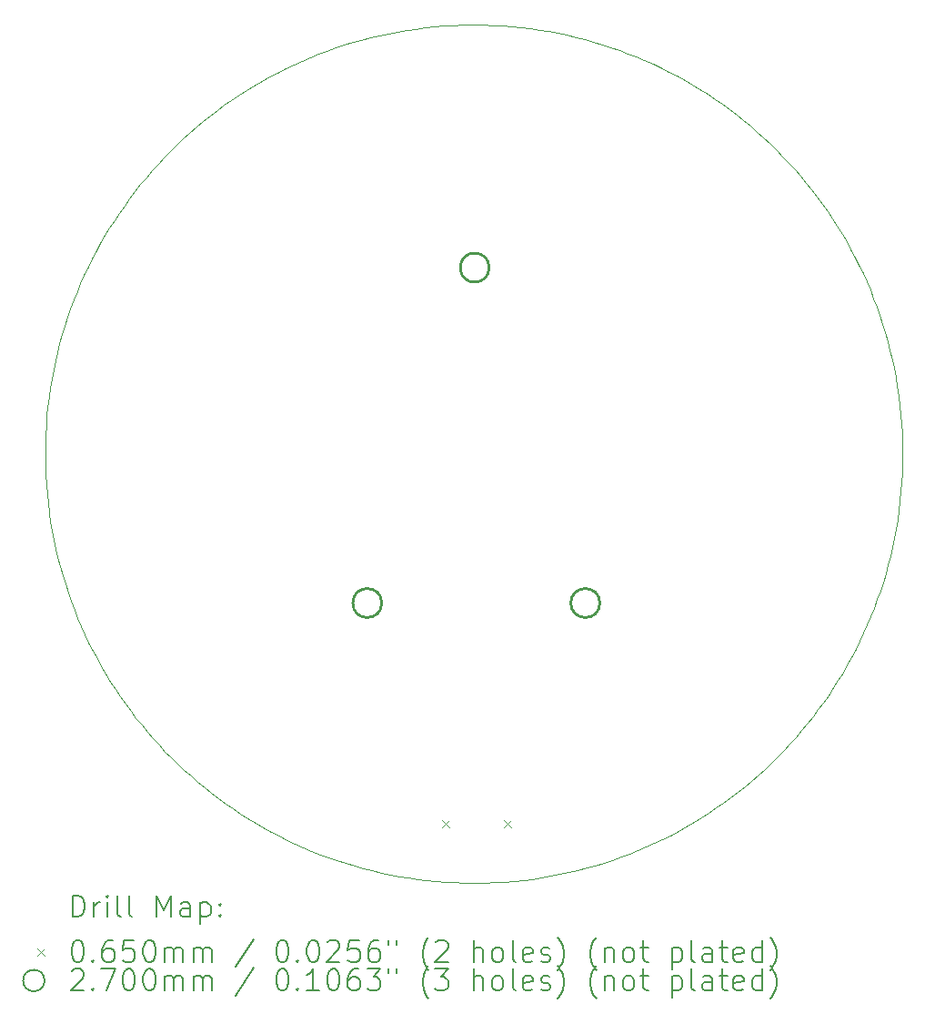
<source format=gbr>
%TF.GenerationSoftware,KiCad,Pcbnew,8.0.8*%
%TF.CreationDate,2025-04-01T18:23:48+02:00*%
%TF.ProjectId,Haibadge_B,48616962-6164-4676-955f-422e6b696361,rev?*%
%TF.SameCoordinates,Original*%
%TF.FileFunction,Drillmap*%
%TF.FilePolarity,Positive*%
%FSLAX45Y45*%
G04 Gerber Fmt 4.5, Leading zero omitted, Abs format (unit mm)*
G04 Created by KiCad (PCBNEW 8.0.8) date 2025-04-01 18:23:48*
%MOMM*%
%LPD*%
G01*
G04 APERTURE LIST*
%ADD10C,0.100000*%
%ADD11C,0.200000*%
%ADD12C,0.270000*%
G04 APERTURE END LIST*
D10*
X14080700Y-10002400D02*
X14169100Y-10005300D01*
X14257000Y-10010100D01*
X14344400Y-10016800D01*
X14431300Y-10025300D01*
X14517600Y-10035700D01*
X14603300Y-10048000D01*
X14688500Y-10062000D01*
X14773000Y-10077800D01*
X14856900Y-10095400D01*
X14940100Y-10114800D01*
X15022700Y-10135800D01*
X15104500Y-10158600D01*
X15185700Y-10183100D01*
X15266100Y-10209200D01*
X15345700Y-10237000D01*
X15424600Y-10266400D01*
X15502700Y-10297400D01*
X15579900Y-10329900D01*
X15656300Y-10364100D01*
X15731900Y-10399800D01*
X15806600Y-10437000D01*
X15880400Y-10475700D01*
X15953200Y-10516000D01*
X16025200Y-10557600D01*
X16096200Y-10600800D01*
X16166200Y-10645300D01*
X16235200Y-10691200D01*
X16303100Y-10738600D01*
X16370100Y-10787300D01*
X16436000Y-10837300D01*
X16500800Y-10888700D01*
X16564500Y-10941400D01*
X16627100Y-10995300D01*
X16688500Y-11050500D01*
X16748800Y-11107000D01*
X16807900Y-11164700D01*
X16865800Y-11223600D01*
X16922500Y-11283600D01*
X16978000Y-11344900D01*
X17032200Y-11407200D01*
X17085100Y-11470700D01*
X17136700Y-11535300D01*
X17187000Y-11601000D01*
X17235900Y-11667800D01*
X17283500Y-11735500D01*
X17329700Y-11804400D01*
X17374500Y-11874200D01*
X17417900Y-11945000D01*
X17459900Y-12016700D01*
X17500400Y-12089400D01*
X17539400Y-12163000D01*
X17576900Y-12237500D01*
X17612900Y-12312900D01*
X17647300Y-12389200D01*
X17680200Y-12466300D01*
X17711500Y-12544200D01*
X17741200Y-12623000D01*
X17769300Y-12702500D01*
X17795700Y-12782700D01*
X17820500Y-12863700D01*
X17843600Y-12945500D01*
X17865000Y-13027900D01*
X17884600Y-13111000D01*
X17902600Y-13194800D01*
X17918700Y-13279200D01*
X17933100Y-13364200D01*
X17945700Y-13449800D01*
X17956400Y-13536000D01*
X17965300Y-13622800D01*
X17972400Y-13710100D01*
X17977500Y-13797900D01*
X17980800Y-13886200D01*
X17982100Y-13975000D01*
X17982200Y-13991800D01*
X17981200Y-14080700D01*
X17978300Y-14169100D01*
X17973500Y-14257000D01*
X17966800Y-14344400D01*
X17958200Y-14431300D01*
X17947800Y-14517600D01*
X17935600Y-14603300D01*
X17921600Y-14688500D01*
X17905700Y-14773000D01*
X17888100Y-14856900D01*
X17868800Y-14940100D01*
X17847700Y-15022700D01*
X17825000Y-15104500D01*
X17800500Y-15185700D01*
X17774400Y-15266100D01*
X17746600Y-15345700D01*
X17717200Y-15424600D01*
X17686200Y-15502700D01*
X17653600Y-15579900D01*
X17619500Y-15656300D01*
X17583800Y-15731900D01*
X17546600Y-15806600D01*
X17507800Y-15880400D01*
X17467600Y-15953200D01*
X17425900Y-16025200D01*
X17382800Y-16096200D01*
X17338300Y-16166200D01*
X17292300Y-16235200D01*
X17245000Y-16303100D01*
X17196300Y-16370100D01*
X17146300Y-16436000D01*
X17094900Y-16500800D01*
X17042200Y-16564500D01*
X16988300Y-16627100D01*
X16933100Y-16688500D01*
X16876600Y-16748800D01*
X16818900Y-16807900D01*
X16760000Y-16865800D01*
X16700000Y-16922500D01*
X16638700Y-16978000D01*
X16576300Y-17032200D01*
X16512800Y-17085100D01*
X16448200Y-17136700D01*
X16382600Y-17187000D01*
X16315800Y-17235900D01*
X16248000Y-17283500D01*
X16179200Y-17329700D01*
X16109400Y-17374500D01*
X16038600Y-17417900D01*
X15966900Y-17459900D01*
X15894200Y-17500400D01*
X15820600Y-17539400D01*
X15746000Y-17576900D01*
X15670600Y-17612900D01*
X15594400Y-17647300D01*
X15517300Y-17680200D01*
X15439300Y-17711500D01*
X15360600Y-17741200D01*
X15281100Y-17769300D01*
X15200900Y-17795700D01*
X15119800Y-17820500D01*
X15038100Y-17843600D01*
X14955700Y-17865000D01*
X14872600Y-17884600D01*
X14788800Y-17902600D01*
X14704400Y-17918700D01*
X14619400Y-17933100D01*
X14533800Y-17945700D01*
X14447600Y-17956400D01*
X14360800Y-17965300D01*
X14273500Y-17972400D01*
X14185700Y-17977500D01*
X14097400Y-17980800D01*
X14008600Y-17982100D01*
X13991800Y-17982200D01*
X13902900Y-17981200D01*
X13814500Y-17978300D01*
X13726600Y-17973500D01*
X13639200Y-17966800D01*
X13552300Y-17958200D01*
X13466000Y-17947800D01*
X13380300Y-17935600D01*
X13295100Y-17921600D01*
X13210600Y-17905700D01*
X13126700Y-17888100D01*
X13043500Y-17868800D01*
X12960900Y-17847700D01*
X12879100Y-17825000D01*
X12797900Y-17800500D01*
X12717500Y-17774400D01*
X12637900Y-17746600D01*
X12559000Y-17717200D01*
X12480900Y-17686200D01*
X12403700Y-17653600D01*
X12327200Y-17619500D01*
X12251700Y-17583800D01*
X12177000Y-17546600D01*
X12103200Y-17507800D01*
X12030300Y-17467600D01*
X11958400Y-17425900D01*
X11887400Y-17382800D01*
X11817400Y-17338300D01*
X11748400Y-17292300D01*
X11680400Y-17245000D01*
X11613500Y-17196300D01*
X11547600Y-17146300D01*
X11482800Y-17094900D01*
X11419100Y-17042200D01*
X11356500Y-16988300D01*
X11295100Y-16933100D01*
X11234800Y-16876600D01*
X11175700Y-16818900D01*
X11117800Y-16760000D01*
X11061100Y-16700000D01*
X11005600Y-16638700D01*
X10951400Y-16576300D01*
X10898500Y-16512800D01*
X10846900Y-16448200D01*
X10796600Y-16382600D01*
X10747700Y-16315800D01*
X10700100Y-16248000D01*
X10653800Y-16179200D01*
X10609000Y-16109400D01*
X10565600Y-16038600D01*
X10523700Y-15966900D01*
X10483200Y-15894200D01*
X10444200Y-15820600D01*
X10406700Y-15746000D01*
X10370700Y-15670600D01*
X10336300Y-15594400D01*
X10303400Y-15517300D01*
X10272100Y-15439300D01*
X10242400Y-15360600D01*
X10214300Y-15281100D01*
X10187900Y-15200900D01*
X10163100Y-15119800D01*
X10140000Y-15038100D01*
X10118600Y-14955700D01*
X10098900Y-14872600D01*
X10081000Y-14788800D01*
X10064900Y-14704400D01*
X10050500Y-14619400D01*
X10037900Y-14533800D01*
X10027200Y-14447600D01*
X10018200Y-14360800D01*
X10011200Y-14273500D01*
X10006000Y-14185700D01*
X10002800Y-14097400D01*
X10001400Y-14008600D01*
X10001400Y-13991800D01*
X10002400Y-13902900D01*
X10005300Y-13814500D01*
X10010100Y-13726600D01*
X10016800Y-13639200D01*
X10025300Y-13552300D01*
X10035700Y-13466000D01*
X10048000Y-13380300D01*
X10062000Y-13295100D01*
X10077800Y-13210600D01*
X10095400Y-13126700D01*
X10114800Y-13043500D01*
X10135800Y-12960900D01*
X10158600Y-12879100D01*
X10183100Y-12797900D01*
X10209200Y-12717500D01*
X10237000Y-12637900D01*
X10266400Y-12559000D01*
X10297400Y-12480900D01*
X10329900Y-12403700D01*
X10364100Y-12327200D01*
X10399800Y-12251700D01*
X10437000Y-12177000D01*
X10475700Y-12103200D01*
X10516000Y-12030300D01*
X10557600Y-11958400D01*
X10600800Y-11887400D01*
X10645300Y-11817400D01*
X10691200Y-11748400D01*
X10738600Y-11680400D01*
X10787300Y-11613500D01*
X10837300Y-11547600D01*
X10888700Y-11482800D01*
X10941400Y-11419100D01*
X10995300Y-11356500D01*
X11050500Y-11295100D01*
X11107000Y-11234800D01*
X11164700Y-11175700D01*
X11223600Y-11117800D01*
X11283600Y-11061100D01*
X11344900Y-11005600D01*
X11407200Y-10951400D01*
X11470700Y-10898500D01*
X11535300Y-10846900D01*
X11601000Y-10796600D01*
X11667800Y-10747700D01*
X11735500Y-10700100D01*
X11804400Y-10653800D01*
X11874200Y-10609000D01*
X11945000Y-10565600D01*
X12016700Y-10523700D01*
X12089400Y-10483200D01*
X12163000Y-10444200D01*
X12237500Y-10406700D01*
X12312900Y-10370700D01*
X12389200Y-10336300D01*
X12466300Y-10303400D01*
X12544200Y-10272100D01*
X12623000Y-10242400D01*
X12702500Y-10214300D01*
X12782700Y-10187900D01*
X12863700Y-10163100D01*
X12945500Y-10140000D01*
X13027900Y-10118600D01*
X13111000Y-10098900D01*
X13194800Y-10081000D01*
X13279200Y-10064900D01*
X13364200Y-10050500D01*
X13449800Y-10037900D01*
X13536000Y-10027200D01*
X13622800Y-10018200D01*
X13710100Y-10011200D01*
X13797900Y-10006000D01*
X13886200Y-10002800D01*
X13975000Y-10001400D01*
X13991800Y-10001400D01*
X14080700Y-10002400D01*
D11*
D10*
X13696500Y-17402500D02*
X13761500Y-17467500D01*
X13761500Y-17402500D02*
X13696500Y-17467500D01*
X14274500Y-17402500D02*
X14339500Y-17467500D01*
X14339500Y-17402500D02*
X14274500Y-17467500D01*
D12*
X13135000Y-15380000D02*
G75*
G02*
X12865000Y-15380000I-135000J0D01*
G01*
X12865000Y-15380000D02*
G75*
G02*
X13135000Y-15380000I135000J0D01*
G01*
X14135000Y-12260000D02*
G75*
G02*
X13865000Y-12260000I-135000J0D01*
G01*
X13865000Y-12260000D02*
G75*
G02*
X14135000Y-12260000I135000J0D01*
G01*
X15165000Y-15380000D02*
G75*
G02*
X14895000Y-15380000I-135000J0D01*
G01*
X14895000Y-15380000D02*
G75*
G02*
X15165000Y-15380000I135000J0D01*
G01*
D11*
X10257177Y-18298684D02*
X10257177Y-18098684D01*
X10257177Y-18098684D02*
X10304796Y-18098684D01*
X10304796Y-18098684D02*
X10333367Y-18108208D01*
X10333367Y-18108208D02*
X10352415Y-18127255D01*
X10352415Y-18127255D02*
X10361939Y-18146303D01*
X10361939Y-18146303D02*
X10371463Y-18184398D01*
X10371463Y-18184398D02*
X10371463Y-18212970D01*
X10371463Y-18212970D02*
X10361939Y-18251065D01*
X10361939Y-18251065D02*
X10352415Y-18270112D01*
X10352415Y-18270112D02*
X10333367Y-18289160D01*
X10333367Y-18289160D02*
X10304796Y-18298684D01*
X10304796Y-18298684D02*
X10257177Y-18298684D01*
X10457177Y-18298684D02*
X10457177Y-18165350D01*
X10457177Y-18203446D02*
X10466701Y-18184398D01*
X10466701Y-18184398D02*
X10476224Y-18174874D01*
X10476224Y-18174874D02*
X10495272Y-18165350D01*
X10495272Y-18165350D02*
X10514320Y-18165350D01*
X10580986Y-18298684D02*
X10580986Y-18165350D01*
X10580986Y-18098684D02*
X10571463Y-18108208D01*
X10571463Y-18108208D02*
X10580986Y-18117731D01*
X10580986Y-18117731D02*
X10590510Y-18108208D01*
X10590510Y-18108208D02*
X10580986Y-18098684D01*
X10580986Y-18098684D02*
X10580986Y-18117731D01*
X10704796Y-18298684D02*
X10685748Y-18289160D01*
X10685748Y-18289160D02*
X10676224Y-18270112D01*
X10676224Y-18270112D02*
X10676224Y-18098684D01*
X10809558Y-18298684D02*
X10790510Y-18289160D01*
X10790510Y-18289160D02*
X10780986Y-18270112D01*
X10780986Y-18270112D02*
X10780986Y-18098684D01*
X11038129Y-18298684D02*
X11038129Y-18098684D01*
X11038129Y-18098684D02*
X11104796Y-18241541D01*
X11104796Y-18241541D02*
X11171463Y-18098684D01*
X11171463Y-18098684D02*
X11171463Y-18298684D01*
X11352415Y-18298684D02*
X11352415Y-18193922D01*
X11352415Y-18193922D02*
X11342891Y-18174874D01*
X11342891Y-18174874D02*
X11323843Y-18165350D01*
X11323843Y-18165350D02*
X11285748Y-18165350D01*
X11285748Y-18165350D02*
X11266701Y-18174874D01*
X11352415Y-18289160D02*
X11333367Y-18298684D01*
X11333367Y-18298684D02*
X11285748Y-18298684D01*
X11285748Y-18298684D02*
X11266701Y-18289160D01*
X11266701Y-18289160D02*
X11257177Y-18270112D01*
X11257177Y-18270112D02*
X11257177Y-18251065D01*
X11257177Y-18251065D02*
X11266701Y-18232017D01*
X11266701Y-18232017D02*
X11285748Y-18222493D01*
X11285748Y-18222493D02*
X11333367Y-18222493D01*
X11333367Y-18222493D02*
X11352415Y-18212970D01*
X11447653Y-18165350D02*
X11447653Y-18365350D01*
X11447653Y-18174874D02*
X11466701Y-18165350D01*
X11466701Y-18165350D02*
X11504796Y-18165350D01*
X11504796Y-18165350D02*
X11523843Y-18174874D01*
X11523843Y-18174874D02*
X11533367Y-18184398D01*
X11533367Y-18184398D02*
X11542891Y-18203446D01*
X11542891Y-18203446D02*
X11542891Y-18260589D01*
X11542891Y-18260589D02*
X11533367Y-18279636D01*
X11533367Y-18279636D02*
X11523843Y-18289160D01*
X11523843Y-18289160D02*
X11504796Y-18298684D01*
X11504796Y-18298684D02*
X11466701Y-18298684D01*
X11466701Y-18298684D02*
X11447653Y-18289160D01*
X11628605Y-18279636D02*
X11638129Y-18289160D01*
X11638129Y-18289160D02*
X11628605Y-18298684D01*
X11628605Y-18298684D02*
X11619082Y-18289160D01*
X11619082Y-18289160D02*
X11628605Y-18279636D01*
X11628605Y-18279636D02*
X11628605Y-18298684D01*
X11628605Y-18174874D02*
X11638129Y-18184398D01*
X11638129Y-18184398D02*
X11628605Y-18193922D01*
X11628605Y-18193922D02*
X11619082Y-18184398D01*
X11619082Y-18184398D02*
X11628605Y-18174874D01*
X11628605Y-18174874D02*
X11628605Y-18193922D01*
D10*
X9931400Y-18594700D02*
X9996400Y-18659700D01*
X9996400Y-18594700D02*
X9931400Y-18659700D01*
D11*
X10295272Y-18518684D02*
X10314320Y-18518684D01*
X10314320Y-18518684D02*
X10333367Y-18528208D01*
X10333367Y-18528208D02*
X10342891Y-18537731D01*
X10342891Y-18537731D02*
X10352415Y-18556779D01*
X10352415Y-18556779D02*
X10361939Y-18594874D01*
X10361939Y-18594874D02*
X10361939Y-18642493D01*
X10361939Y-18642493D02*
X10352415Y-18680589D01*
X10352415Y-18680589D02*
X10342891Y-18699636D01*
X10342891Y-18699636D02*
X10333367Y-18709160D01*
X10333367Y-18709160D02*
X10314320Y-18718684D01*
X10314320Y-18718684D02*
X10295272Y-18718684D01*
X10295272Y-18718684D02*
X10276224Y-18709160D01*
X10276224Y-18709160D02*
X10266701Y-18699636D01*
X10266701Y-18699636D02*
X10257177Y-18680589D01*
X10257177Y-18680589D02*
X10247653Y-18642493D01*
X10247653Y-18642493D02*
X10247653Y-18594874D01*
X10247653Y-18594874D02*
X10257177Y-18556779D01*
X10257177Y-18556779D02*
X10266701Y-18537731D01*
X10266701Y-18537731D02*
X10276224Y-18528208D01*
X10276224Y-18528208D02*
X10295272Y-18518684D01*
X10447653Y-18699636D02*
X10457177Y-18709160D01*
X10457177Y-18709160D02*
X10447653Y-18718684D01*
X10447653Y-18718684D02*
X10438129Y-18709160D01*
X10438129Y-18709160D02*
X10447653Y-18699636D01*
X10447653Y-18699636D02*
X10447653Y-18718684D01*
X10628605Y-18518684D02*
X10590510Y-18518684D01*
X10590510Y-18518684D02*
X10571463Y-18528208D01*
X10571463Y-18528208D02*
X10561939Y-18537731D01*
X10561939Y-18537731D02*
X10542891Y-18566303D01*
X10542891Y-18566303D02*
X10533367Y-18604398D01*
X10533367Y-18604398D02*
X10533367Y-18680589D01*
X10533367Y-18680589D02*
X10542891Y-18699636D01*
X10542891Y-18699636D02*
X10552415Y-18709160D01*
X10552415Y-18709160D02*
X10571463Y-18718684D01*
X10571463Y-18718684D02*
X10609558Y-18718684D01*
X10609558Y-18718684D02*
X10628605Y-18709160D01*
X10628605Y-18709160D02*
X10638129Y-18699636D01*
X10638129Y-18699636D02*
X10647653Y-18680589D01*
X10647653Y-18680589D02*
X10647653Y-18632970D01*
X10647653Y-18632970D02*
X10638129Y-18613922D01*
X10638129Y-18613922D02*
X10628605Y-18604398D01*
X10628605Y-18604398D02*
X10609558Y-18594874D01*
X10609558Y-18594874D02*
X10571463Y-18594874D01*
X10571463Y-18594874D02*
X10552415Y-18604398D01*
X10552415Y-18604398D02*
X10542891Y-18613922D01*
X10542891Y-18613922D02*
X10533367Y-18632970D01*
X10828605Y-18518684D02*
X10733367Y-18518684D01*
X10733367Y-18518684D02*
X10723844Y-18613922D01*
X10723844Y-18613922D02*
X10733367Y-18604398D01*
X10733367Y-18604398D02*
X10752415Y-18594874D01*
X10752415Y-18594874D02*
X10800034Y-18594874D01*
X10800034Y-18594874D02*
X10819082Y-18604398D01*
X10819082Y-18604398D02*
X10828605Y-18613922D01*
X10828605Y-18613922D02*
X10838129Y-18632970D01*
X10838129Y-18632970D02*
X10838129Y-18680589D01*
X10838129Y-18680589D02*
X10828605Y-18699636D01*
X10828605Y-18699636D02*
X10819082Y-18709160D01*
X10819082Y-18709160D02*
X10800034Y-18718684D01*
X10800034Y-18718684D02*
X10752415Y-18718684D01*
X10752415Y-18718684D02*
X10733367Y-18709160D01*
X10733367Y-18709160D02*
X10723844Y-18699636D01*
X10961939Y-18518684D02*
X10980986Y-18518684D01*
X10980986Y-18518684D02*
X11000034Y-18528208D01*
X11000034Y-18528208D02*
X11009558Y-18537731D01*
X11009558Y-18537731D02*
X11019082Y-18556779D01*
X11019082Y-18556779D02*
X11028605Y-18594874D01*
X11028605Y-18594874D02*
X11028605Y-18642493D01*
X11028605Y-18642493D02*
X11019082Y-18680589D01*
X11019082Y-18680589D02*
X11009558Y-18699636D01*
X11009558Y-18699636D02*
X11000034Y-18709160D01*
X11000034Y-18709160D02*
X10980986Y-18718684D01*
X10980986Y-18718684D02*
X10961939Y-18718684D01*
X10961939Y-18718684D02*
X10942891Y-18709160D01*
X10942891Y-18709160D02*
X10933367Y-18699636D01*
X10933367Y-18699636D02*
X10923844Y-18680589D01*
X10923844Y-18680589D02*
X10914320Y-18642493D01*
X10914320Y-18642493D02*
X10914320Y-18594874D01*
X10914320Y-18594874D02*
X10923844Y-18556779D01*
X10923844Y-18556779D02*
X10933367Y-18537731D01*
X10933367Y-18537731D02*
X10942891Y-18528208D01*
X10942891Y-18528208D02*
X10961939Y-18518684D01*
X11114320Y-18718684D02*
X11114320Y-18585350D01*
X11114320Y-18604398D02*
X11123844Y-18594874D01*
X11123844Y-18594874D02*
X11142891Y-18585350D01*
X11142891Y-18585350D02*
X11171463Y-18585350D01*
X11171463Y-18585350D02*
X11190510Y-18594874D01*
X11190510Y-18594874D02*
X11200034Y-18613922D01*
X11200034Y-18613922D02*
X11200034Y-18718684D01*
X11200034Y-18613922D02*
X11209558Y-18594874D01*
X11209558Y-18594874D02*
X11228605Y-18585350D01*
X11228605Y-18585350D02*
X11257177Y-18585350D01*
X11257177Y-18585350D02*
X11276224Y-18594874D01*
X11276224Y-18594874D02*
X11285748Y-18613922D01*
X11285748Y-18613922D02*
X11285748Y-18718684D01*
X11380986Y-18718684D02*
X11380986Y-18585350D01*
X11380986Y-18604398D02*
X11390510Y-18594874D01*
X11390510Y-18594874D02*
X11409558Y-18585350D01*
X11409558Y-18585350D02*
X11438129Y-18585350D01*
X11438129Y-18585350D02*
X11457177Y-18594874D01*
X11457177Y-18594874D02*
X11466701Y-18613922D01*
X11466701Y-18613922D02*
X11466701Y-18718684D01*
X11466701Y-18613922D02*
X11476224Y-18594874D01*
X11476224Y-18594874D02*
X11495272Y-18585350D01*
X11495272Y-18585350D02*
X11523843Y-18585350D01*
X11523843Y-18585350D02*
X11542891Y-18594874D01*
X11542891Y-18594874D02*
X11552415Y-18613922D01*
X11552415Y-18613922D02*
X11552415Y-18718684D01*
X11942891Y-18509160D02*
X11771463Y-18766303D01*
X12200034Y-18518684D02*
X12219082Y-18518684D01*
X12219082Y-18518684D02*
X12238129Y-18528208D01*
X12238129Y-18528208D02*
X12247653Y-18537731D01*
X12247653Y-18537731D02*
X12257177Y-18556779D01*
X12257177Y-18556779D02*
X12266701Y-18594874D01*
X12266701Y-18594874D02*
X12266701Y-18642493D01*
X12266701Y-18642493D02*
X12257177Y-18680589D01*
X12257177Y-18680589D02*
X12247653Y-18699636D01*
X12247653Y-18699636D02*
X12238129Y-18709160D01*
X12238129Y-18709160D02*
X12219082Y-18718684D01*
X12219082Y-18718684D02*
X12200034Y-18718684D01*
X12200034Y-18718684D02*
X12180986Y-18709160D01*
X12180986Y-18709160D02*
X12171463Y-18699636D01*
X12171463Y-18699636D02*
X12161939Y-18680589D01*
X12161939Y-18680589D02*
X12152415Y-18642493D01*
X12152415Y-18642493D02*
X12152415Y-18594874D01*
X12152415Y-18594874D02*
X12161939Y-18556779D01*
X12161939Y-18556779D02*
X12171463Y-18537731D01*
X12171463Y-18537731D02*
X12180986Y-18528208D01*
X12180986Y-18528208D02*
X12200034Y-18518684D01*
X12352415Y-18699636D02*
X12361939Y-18709160D01*
X12361939Y-18709160D02*
X12352415Y-18718684D01*
X12352415Y-18718684D02*
X12342891Y-18709160D01*
X12342891Y-18709160D02*
X12352415Y-18699636D01*
X12352415Y-18699636D02*
X12352415Y-18718684D01*
X12485748Y-18518684D02*
X12504796Y-18518684D01*
X12504796Y-18518684D02*
X12523844Y-18528208D01*
X12523844Y-18528208D02*
X12533367Y-18537731D01*
X12533367Y-18537731D02*
X12542891Y-18556779D01*
X12542891Y-18556779D02*
X12552415Y-18594874D01*
X12552415Y-18594874D02*
X12552415Y-18642493D01*
X12552415Y-18642493D02*
X12542891Y-18680589D01*
X12542891Y-18680589D02*
X12533367Y-18699636D01*
X12533367Y-18699636D02*
X12523844Y-18709160D01*
X12523844Y-18709160D02*
X12504796Y-18718684D01*
X12504796Y-18718684D02*
X12485748Y-18718684D01*
X12485748Y-18718684D02*
X12466701Y-18709160D01*
X12466701Y-18709160D02*
X12457177Y-18699636D01*
X12457177Y-18699636D02*
X12447653Y-18680589D01*
X12447653Y-18680589D02*
X12438129Y-18642493D01*
X12438129Y-18642493D02*
X12438129Y-18594874D01*
X12438129Y-18594874D02*
X12447653Y-18556779D01*
X12447653Y-18556779D02*
X12457177Y-18537731D01*
X12457177Y-18537731D02*
X12466701Y-18528208D01*
X12466701Y-18528208D02*
X12485748Y-18518684D01*
X12628606Y-18537731D02*
X12638129Y-18528208D01*
X12638129Y-18528208D02*
X12657177Y-18518684D01*
X12657177Y-18518684D02*
X12704796Y-18518684D01*
X12704796Y-18518684D02*
X12723844Y-18528208D01*
X12723844Y-18528208D02*
X12733367Y-18537731D01*
X12733367Y-18537731D02*
X12742891Y-18556779D01*
X12742891Y-18556779D02*
X12742891Y-18575827D01*
X12742891Y-18575827D02*
X12733367Y-18604398D01*
X12733367Y-18604398D02*
X12619082Y-18718684D01*
X12619082Y-18718684D02*
X12742891Y-18718684D01*
X12923844Y-18518684D02*
X12828606Y-18518684D01*
X12828606Y-18518684D02*
X12819082Y-18613922D01*
X12819082Y-18613922D02*
X12828606Y-18604398D01*
X12828606Y-18604398D02*
X12847653Y-18594874D01*
X12847653Y-18594874D02*
X12895272Y-18594874D01*
X12895272Y-18594874D02*
X12914320Y-18604398D01*
X12914320Y-18604398D02*
X12923844Y-18613922D01*
X12923844Y-18613922D02*
X12933367Y-18632970D01*
X12933367Y-18632970D02*
X12933367Y-18680589D01*
X12933367Y-18680589D02*
X12923844Y-18699636D01*
X12923844Y-18699636D02*
X12914320Y-18709160D01*
X12914320Y-18709160D02*
X12895272Y-18718684D01*
X12895272Y-18718684D02*
X12847653Y-18718684D01*
X12847653Y-18718684D02*
X12828606Y-18709160D01*
X12828606Y-18709160D02*
X12819082Y-18699636D01*
X13104796Y-18518684D02*
X13066701Y-18518684D01*
X13066701Y-18518684D02*
X13047653Y-18528208D01*
X13047653Y-18528208D02*
X13038129Y-18537731D01*
X13038129Y-18537731D02*
X13019082Y-18566303D01*
X13019082Y-18566303D02*
X13009558Y-18604398D01*
X13009558Y-18604398D02*
X13009558Y-18680589D01*
X13009558Y-18680589D02*
X13019082Y-18699636D01*
X13019082Y-18699636D02*
X13028606Y-18709160D01*
X13028606Y-18709160D02*
X13047653Y-18718684D01*
X13047653Y-18718684D02*
X13085748Y-18718684D01*
X13085748Y-18718684D02*
X13104796Y-18709160D01*
X13104796Y-18709160D02*
X13114320Y-18699636D01*
X13114320Y-18699636D02*
X13123844Y-18680589D01*
X13123844Y-18680589D02*
X13123844Y-18632970D01*
X13123844Y-18632970D02*
X13114320Y-18613922D01*
X13114320Y-18613922D02*
X13104796Y-18604398D01*
X13104796Y-18604398D02*
X13085748Y-18594874D01*
X13085748Y-18594874D02*
X13047653Y-18594874D01*
X13047653Y-18594874D02*
X13028606Y-18604398D01*
X13028606Y-18604398D02*
X13019082Y-18613922D01*
X13019082Y-18613922D02*
X13009558Y-18632970D01*
X13200034Y-18518684D02*
X13200034Y-18556779D01*
X13276225Y-18518684D02*
X13276225Y-18556779D01*
X13571463Y-18794874D02*
X13561939Y-18785350D01*
X13561939Y-18785350D02*
X13542891Y-18756779D01*
X13542891Y-18756779D02*
X13533368Y-18737731D01*
X13533368Y-18737731D02*
X13523844Y-18709160D01*
X13523844Y-18709160D02*
X13514320Y-18661541D01*
X13514320Y-18661541D02*
X13514320Y-18623446D01*
X13514320Y-18623446D02*
X13523844Y-18575827D01*
X13523844Y-18575827D02*
X13533368Y-18547255D01*
X13533368Y-18547255D02*
X13542891Y-18528208D01*
X13542891Y-18528208D02*
X13561939Y-18499636D01*
X13561939Y-18499636D02*
X13571463Y-18490112D01*
X13638129Y-18537731D02*
X13647653Y-18528208D01*
X13647653Y-18528208D02*
X13666701Y-18518684D01*
X13666701Y-18518684D02*
X13714320Y-18518684D01*
X13714320Y-18518684D02*
X13733368Y-18528208D01*
X13733368Y-18528208D02*
X13742891Y-18537731D01*
X13742891Y-18537731D02*
X13752415Y-18556779D01*
X13752415Y-18556779D02*
X13752415Y-18575827D01*
X13752415Y-18575827D02*
X13742891Y-18604398D01*
X13742891Y-18604398D02*
X13628606Y-18718684D01*
X13628606Y-18718684D02*
X13752415Y-18718684D01*
X13990510Y-18718684D02*
X13990510Y-18518684D01*
X14076225Y-18718684D02*
X14076225Y-18613922D01*
X14076225Y-18613922D02*
X14066701Y-18594874D01*
X14066701Y-18594874D02*
X14047653Y-18585350D01*
X14047653Y-18585350D02*
X14019082Y-18585350D01*
X14019082Y-18585350D02*
X14000034Y-18594874D01*
X14000034Y-18594874D02*
X13990510Y-18604398D01*
X14200034Y-18718684D02*
X14180987Y-18709160D01*
X14180987Y-18709160D02*
X14171463Y-18699636D01*
X14171463Y-18699636D02*
X14161939Y-18680589D01*
X14161939Y-18680589D02*
X14161939Y-18623446D01*
X14161939Y-18623446D02*
X14171463Y-18604398D01*
X14171463Y-18604398D02*
X14180987Y-18594874D01*
X14180987Y-18594874D02*
X14200034Y-18585350D01*
X14200034Y-18585350D02*
X14228606Y-18585350D01*
X14228606Y-18585350D02*
X14247653Y-18594874D01*
X14247653Y-18594874D02*
X14257177Y-18604398D01*
X14257177Y-18604398D02*
X14266701Y-18623446D01*
X14266701Y-18623446D02*
X14266701Y-18680589D01*
X14266701Y-18680589D02*
X14257177Y-18699636D01*
X14257177Y-18699636D02*
X14247653Y-18709160D01*
X14247653Y-18709160D02*
X14228606Y-18718684D01*
X14228606Y-18718684D02*
X14200034Y-18718684D01*
X14380987Y-18718684D02*
X14361939Y-18709160D01*
X14361939Y-18709160D02*
X14352415Y-18690112D01*
X14352415Y-18690112D02*
X14352415Y-18518684D01*
X14533368Y-18709160D02*
X14514320Y-18718684D01*
X14514320Y-18718684D02*
X14476225Y-18718684D01*
X14476225Y-18718684D02*
X14457177Y-18709160D01*
X14457177Y-18709160D02*
X14447653Y-18690112D01*
X14447653Y-18690112D02*
X14447653Y-18613922D01*
X14447653Y-18613922D02*
X14457177Y-18594874D01*
X14457177Y-18594874D02*
X14476225Y-18585350D01*
X14476225Y-18585350D02*
X14514320Y-18585350D01*
X14514320Y-18585350D02*
X14533368Y-18594874D01*
X14533368Y-18594874D02*
X14542891Y-18613922D01*
X14542891Y-18613922D02*
X14542891Y-18632970D01*
X14542891Y-18632970D02*
X14447653Y-18652017D01*
X14619082Y-18709160D02*
X14638130Y-18718684D01*
X14638130Y-18718684D02*
X14676225Y-18718684D01*
X14676225Y-18718684D02*
X14695272Y-18709160D01*
X14695272Y-18709160D02*
X14704796Y-18690112D01*
X14704796Y-18690112D02*
X14704796Y-18680589D01*
X14704796Y-18680589D02*
X14695272Y-18661541D01*
X14695272Y-18661541D02*
X14676225Y-18652017D01*
X14676225Y-18652017D02*
X14647653Y-18652017D01*
X14647653Y-18652017D02*
X14628606Y-18642493D01*
X14628606Y-18642493D02*
X14619082Y-18623446D01*
X14619082Y-18623446D02*
X14619082Y-18613922D01*
X14619082Y-18613922D02*
X14628606Y-18594874D01*
X14628606Y-18594874D02*
X14647653Y-18585350D01*
X14647653Y-18585350D02*
X14676225Y-18585350D01*
X14676225Y-18585350D02*
X14695272Y-18594874D01*
X14771463Y-18794874D02*
X14780987Y-18785350D01*
X14780987Y-18785350D02*
X14800034Y-18756779D01*
X14800034Y-18756779D02*
X14809558Y-18737731D01*
X14809558Y-18737731D02*
X14819082Y-18709160D01*
X14819082Y-18709160D02*
X14828606Y-18661541D01*
X14828606Y-18661541D02*
X14828606Y-18623446D01*
X14828606Y-18623446D02*
X14819082Y-18575827D01*
X14819082Y-18575827D02*
X14809558Y-18547255D01*
X14809558Y-18547255D02*
X14800034Y-18528208D01*
X14800034Y-18528208D02*
X14780987Y-18499636D01*
X14780987Y-18499636D02*
X14771463Y-18490112D01*
X15133368Y-18794874D02*
X15123844Y-18785350D01*
X15123844Y-18785350D02*
X15104796Y-18756779D01*
X15104796Y-18756779D02*
X15095272Y-18737731D01*
X15095272Y-18737731D02*
X15085749Y-18709160D01*
X15085749Y-18709160D02*
X15076225Y-18661541D01*
X15076225Y-18661541D02*
X15076225Y-18623446D01*
X15076225Y-18623446D02*
X15085749Y-18575827D01*
X15085749Y-18575827D02*
X15095272Y-18547255D01*
X15095272Y-18547255D02*
X15104796Y-18528208D01*
X15104796Y-18528208D02*
X15123844Y-18499636D01*
X15123844Y-18499636D02*
X15133368Y-18490112D01*
X15209558Y-18585350D02*
X15209558Y-18718684D01*
X15209558Y-18604398D02*
X15219082Y-18594874D01*
X15219082Y-18594874D02*
X15238130Y-18585350D01*
X15238130Y-18585350D02*
X15266701Y-18585350D01*
X15266701Y-18585350D02*
X15285749Y-18594874D01*
X15285749Y-18594874D02*
X15295272Y-18613922D01*
X15295272Y-18613922D02*
X15295272Y-18718684D01*
X15419082Y-18718684D02*
X15400034Y-18709160D01*
X15400034Y-18709160D02*
X15390511Y-18699636D01*
X15390511Y-18699636D02*
X15380987Y-18680589D01*
X15380987Y-18680589D02*
X15380987Y-18623446D01*
X15380987Y-18623446D02*
X15390511Y-18604398D01*
X15390511Y-18604398D02*
X15400034Y-18594874D01*
X15400034Y-18594874D02*
X15419082Y-18585350D01*
X15419082Y-18585350D02*
X15447653Y-18585350D01*
X15447653Y-18585350D02*
X15466701Y-18594874D01*
X15466701Y-18594874D02*
X15476225Y-18604398D01*
X15476225Y-18604398D02*
X15485749Y-18623446D01*
X15485749Y-18623446D02*
X15485749Y-18680589D01*
X15485749Y-18680589D02*
X15476225Y-18699636D01*
X15476225Y-18699636D02*
X15466701Y-18709160D01*
X15466701Y-18709160D02*
X15447653Y-18718684D01*
X15447653Y-18718684D02*
X15419082Y-18718684D01*
X15542892Y-18585350D02*
X15619082Y-18585350D01*
X15571463Y-18518684D02*
X15571463Y-18690112D01*
X15571463Y-18690112D02*
X15580987Y-18709160D01*
X15580987Y-18709160D02*
X15600034Y-18718684D01*
X15600034Y-18718684D02*
X15619082Y-18718684D01*
X15838130Y-18585350D02*
X15838130Y-18785350D01*
X15838130Y-18594874D02*
X15857177Y-18585350D01*
X15857177Y-18585350D02*
X15895273Y-18585350D01*
X15895273Y-18585350D02*
X15914320Y-18594874D01*
X15914320Y-18594874D02*
X15923844Y-18604398D01*
X15923844Y-18604398D02*
X15933368Y-18623446D01*
X15933368Y-18623446D02*
X15933368Y-18680589D01*
X15933368Y-18680589D02*
X15923844Y-18699636D01*
X15923844Y-18699636D02*
X15914320Y-18709160D01*
X15914320Y-18709160D02*
X15895273Y-18718684D01*
X15895273Y-18718684D02*
X15857177Y-18718684D01*
X15857177Y-18718684D02*
X15838130Y-18709160D01*
X16047653Y-18718684D02*
X16028606Y-18709160D01*
X16028606Y-18709160D02*
X16019082Y-18690112D01*
X16019082Y-18690112D02*
X16019082Y-18518684D01*
X16209558Y-18718684D02*
X16209558Y-18613922D01*
X16209558Y-18613922D02*
X16200034Y-18594874D01*
X16200034Y-18594874D02*
X16180987Y-18585350D01*
X16180987Y-18585350D02*
X16142892Y-18585350D01*
X16142892Y-18585350D02*
X16123844Y-18594874D01*
X16209558Y-18709160D02*
X16190511Y-18718684D01*
X16190511Y-18718684D02*
X16142892Y-18718684D01*
X16142892Y-18718684D02*
X16123844Y-18709160D01*
X16123844Y-18709160D02*
X16114320Y-18690112D01*
X16114320Y-18690112D02*
X16114320Y-18671065D01*
X16114320Y-18671065D02*
X16123844Y-18652017D01*
X16123844Y-18652017D02*
X16142892Y-18642493D01*
X16142892Y-18642493D02*
X16190511Y-18642493D01*
X16190511Y-18642493D02*
X16209558Y-18632970D01*
X16276225Y-18585350D02*
X16352415Y-18585350D01*
X16304796Y-18518684D02*
X16304796Y-18690112D01*
X16304796Y-18690112D02*
X16314320Y-18709160D01*
X16314320Y-18709160D02*
X16333368Y-18718684D01*
X16333368Y-18718684D02*
X16352415Y-18718684D01*
X16495273Y-18709160D02*
X16476225Y-18718684D01*
X16476225Y-18718684D02*
X16438130Y-18718684D01*
X16438130Y-18718684D02*
X16419082Y-18709160D01*
X16419082Y-18709160D02*
X16409558Y-18690112D01*
X16409558Y-18690112D02*
X16409558Y-18613922D01*
X16409558Y-18613922D02*
X16419082Y-18594874D01*
X16419082Y-18594874D02*
X16438130Y-18585350D01*
X16438130Y-18585350D02*
X16476225Y-18585350D01*
X16476225Y-18585350D02*
X16495273Y-18594874D01*
X16495273Y-18594874D02*
X16504796Y-18613922D01*
X16504796Y-18613922D02*
X16504796Y-18632970D01*
X16504796Y-18632970D02*
X16409558Y-18652017D01*
X16676225Y-18718684D02*
X16676225Y-18518684D01*
X16676225Y-18709160D02*
X16657177Y-18718684D01*
X16657177Y-18718684D02*
X16619082Y-18718684D01*
X16619082Y-18718684D02*
X16600034Y-18709160D01*
X16600034Y-18709160D02*
X16590511Y-18699636D01*
X16590511Y-18699636D02*
X16580987Y-18680589D01*
X16580987Y-18680589D02*
X16580987Y-18623446D01*
X16580987Y-18623446D02*
X16590511Y-18604398D01*
X16590511Y-18604398D02*
X16600034Y-18594874D01*
X16600034Y-18594874D02*
X16619082Y-18585350D01*
X16619082Y-18585350D02*
X16657177Y-18585350D01*
X16657177Y-18585350D02*
X16676225Y-18594874D01*
X16752415Y-18794874D02*
X16761939Y-18785350D01*
X16761939Y-18785350D02*
X16780987Y-18756779D01*
X16780987Y-18756779D02*
X16790511Y-18737731D01*
X16790511Y-18737731D02*
X16800035Y-18709160D01*
X16800035Y-18709160D02*
X16809558Y-18661541D01*
X16809558Y-18661541D02*
X16809558Y-18623446D01*
X16809558Y-18623446D02*
X16800035Y-18575827D01*
X16800035Y-18575827D02*
X16790511Y-18547255D01*
X16790511Y-18547255D02*
X16780987Y-18528208D01*
X16780987Y-18528208D02*
X16761939Y-18499636D01*
X16761939Y-18499636D02*
X16752415Y-18490112D01*
X9996400Y-18891200D02*
G75*
G02*
X9796400Y-18891200I-100000J0D01*
G01*
X9796400Y-18891200D02*
G75*
G02*
X9996400Y-18891200I100000J0D01*
G01*
X10247653Y-18801731D02*
X10257177Y-18792208D01*
X10257177Y-18792208D02*
X10276224Y-18782684D01*
X10276224Y-18782684D02*
X10323844Y-18782684D01*
X10323844Y-18782684D02*
X10342891Y-18792208D01*
X10342891Y-18792208D02*
X10352415Y-18801731D01*
X10352415Y-18801731D02*
X10361939Y-18820779D01*
X10361939Y-18820779D02*
X10361939Y-18839827D01*
X10361939Y-18839827D02*
X10352415Y-18868398D01*
X10352415Y-18868398D02*
X10238129Y-18982684D01*
X10238129Y-18982684D02*
X10361939Y-18982684D01*
X10447653Y-18963636D02*
X10457177Y-18973160D01*
X10457177Y-18973160D02*
X10447653Y-18982684D01*
X10447653Y-18982684D02*
X10438129Y-18973160D01*
X10438129Y-18973160D02*
X10447653Y-18963636D01*
X10447653Y-18963636D02*
X10447653Y-18982684D01*
X10523844Y-18782684D02*
X10657177Y-18782684D01*
X10657177Y-18782684D02*
X10571463Y-18982684D01*
X10771463Y-18782684D02*
X10790510Y-18782684D01*
X10790510Y-18782684D02*
X10809558Y-18792208D01*
X10809558Y-18792208D02*
X10819082Y-18801731D01*
X10819082Y-18801731D02*
X10828605Y-18820779D01*
X10828605Y-18820779D02*
X10838129Y-18858874D01*
X10838129Y-18858874D02*
X10838129Y-18906493D01*
X10838129Y-18906493D02*
X10828605Y-18944589D01*
X10828605Y-18944589D02*
X10819082Y-18963636D01*
X10819082Y-18963636D02*
X10809558Y-18973160D01*
X10809558Y-18973160D02*
X10790510Y-18982684D01*
X10790510Y-18982684D02*
X10771463Y-18982684D01*
X10771463Y-18982684D02*
X10752415Y-18973160D01*
X10752415Y-18973160D02*
X10742891Y-18963636D01*
X10742891Y-18963636D02*
X10733367Y-18944589D01*
X10733367Y-18944589D02*
X10723844Y-18906493D01*
X10723844Y-18906493D02*
X10723844Y-18858874D01*
X10723844Y-18858874D02*
X10733367Y-18820779D01*
X10733367Y-18820779D02*
X10742891Y-18801731D01*
X10742891Y-18801731D02*
X10752415Y-18792208D01*
X10752415Y-18792208D02*
X10771463Y-18782684D01*
X10961939Y-18782684D02*
X10980986Y-18782684D01*
X10980986Y-18782684D02*
X11000034Y-18792208D01*
X11000034Y-18792208D02*
X11009558Y-18801731D01*
X11009558Y-18801731D02*
X11019082Y-18820779D01*
X11019082Y-18820779D02*
X11028605Y-18858874D01*
X11028605Y-18858874D02*
X11028605Y-18906493D01*
X11028605Y-18906493D02*
X11019082Y-18944589D01*
X11019082Y-18944589D02*
X11009558Y-18963636D01*
X11009558Y-18963636D02*
X11000034Y-18973160D01*
X11000034Y-18973160D02*
X10980986Y-18982684D01*
X10980986Y-18982684D02*
X10961939Y-18982684D01*
X10961939Y-18982684D02*
X10942891Y-18973160D01*
X10942891Y-18973160D02*
X10933367Y-18963636D01*
X10933367Y-18963636D02*
X10923844Y-18944589D01*
X10923844Y-18944589D02*
X10914320Y-18906493D01*
X10914320Y-18906493D02*
X10914320Y-18858874D01*
X10914320Y-18858874D02*
X10923844Y-18820779D01*
X10923844Y-18820779D02*
X10933367Y-18801731D01*
X10933367Y-18801731D02*
X10942891Y-18792208D01*
X10942891Y-18792208D02*
X10961939Y-18782684D01*
X11114320Y-18982684D02*
X11114320Y-18849350D01*
X11114320Y-18868398D02*
X11123844Y-18858874D01*
X11123844Y-18858874D02*
X11142891Y-18849350D01*
X11142891Y-18849350D02*
X11171463Y-18849350D01*
X11171463Y-18849350D02*
X11190510Y-18858874D01*
X11190510Y-18858874D02*
X11200034Y-18877922D01*
X11200034Y-18877922D02*
X11200034Y-18982684D01*
X11200034Y-18877922D02*
X11209558Y-18858874D01*
X11209558Y-18858874D02*
X11228605Y-18849350D01*
X11228605Y-18849350D02*
X11257177Y-18849350D01*
X11257177Y-18849350D02*
X11276224Y-18858874D01*
X11276224Y-18858874D02*
X11285748Y-18877922D01*
X11285748Y-18877922D02*
X11285748Y-18982684D01*
X11380986Y-18982684D02*
X11380986Y-18849350D01*
X11380986Y-18868398D02*
X11390510Y-18858874D01*
X11390510Y-18858874D02*
X11409558Y-18849350D01*
X11409558Y-18849350D02*
X11438129Y-18849350D01*
X11438129Y-18849350D02*
X11457177Y-18858874D01*
X11457177Y-18858874D02*
X11466701Y-18877922D01*
X11466701Y-18877922D02*
X11466701Y-18982684D01*
X11466701Y-18877922D02*
X11476224Y-18858874D01*
X11476224Y-18858874D02*
X11495272Y-18849350D01*
X11495272Y-18849350D02*
X11523843Y-18849350D01*
X11523843Y-18849350D02*
X11542891Y-18858874D01*
X11542891Y-18858874D02*
X11552415Y-18877922D01*
X11552415Y-18877922D02*
X11552415Y-18982684D01*
X11942891Y-18773160D02*
X11771463Y-19030303D01*
X12200034Y-18782684D02*
X12219082Y-18782684D01*
X12219082Y-18782684D02*
X12238129Y-18792208D01*
X12238129Y-18792208D02*
X12247653Y-18801731D01*
X12247653Y-18801731D02*
X12257177Y-18820779D01*
X12257177Y-18820779D02*
X12266701Y-18858874D01*
X12266701Y-18858874D02*
X12266701Y-18906493D01*
X12266701Y-18906493D02*
X12257177Y-18944589D01*
X12257177Y-18944589D02*
X12247653Y-18963636D01*
X12247653Y-18963636D02*
X12238129Y-18973160D01*
X12238129Y-18973160D02*
X12219082Y-18982684D01*
X12219082Y-18982684D02*
X12200034Y-18982684D01*
X12200034Y-18982684D02*
X12180986Y-18973160D01*
X12180986Y-18973160D02*
X12171463Y-18963636D01*
X12171463Y-18963636D02*
X12161939Y-18944589D01*
X12161939Y-18944589D02*
X12152415Y-18906493D01*
X12152415Y-18906493D02*
X12152415Y-18858874D01*
X12152415Y-18858874D02*
X12161939Y-18820779D01*
X12161939Y-18820779D02*
X12171463Y-18801731D01*
X12171463Y-18801731D02*
X12180986Y-18792208D01*
X12180986Y-18792208D02*
X12200034Y-18782684D01*
X12352415Y-18963636D02*
X12361939Y-18973160D01*
X12361939Y-18973160D02*
X12352415Y-18982684D01*
X12352415Y-18982684D02*
X12342891Y-18973160D01*
X12342891Y-18973160D02*
X12352415Y-18963636D01*
X12352415Y-18963636D02*
X12352415Y-18982684D01*
X12552415Y-18982684D02*
X12438129Y-18982684D01*
X12495272Y-18982684D02*
X12495272Y-18782684D01*
X12495272Y-18782684D02*
X12476225Y-18811255D01*
X12476225Y-18811255D02*
X12457177Y-18830303D01*
X12457177Y-18830303D02*
X12438129Y-18839827D01*
X12676225Y-18782684D02*
X12695272Y-18782684D01*
X12695272Y-18782684D02*
X12714320Y-18792208D01*
X12714320Y-18792208D02*
X12723844Y-18801731D01*
X12723844Y-18801731D02*
X12733367Y-18820779D01*
X12733367Y-18820779D02*
X12742891Y-18858874D01*
X12742891Y-18858874D02*
X12742891Y-18906493D01*
X12742891Y-18906493D02*
X12733367Y-18944589D01*
X12733367Y-18944589D02*
X12723844Y-18963636D01*
X12723844Y-18963636D02*
X12714320Y-18973160D01*
X12714320Y-18973160D02*
X12695272Y-18982684D01*
X12695272Y-18982684D02*
X12676225Y-18982684D01*
X12676225Y-18982684D02*
X12657177Y-18973160D01*
X12657177Y-18973160D02*
X12647653Y-18963636D01*
X12647653Y-18963636D02*
X12638129Y-18944589D01*
X12638129Y-18944589D02*
X12628606Y-18906493D01*
X12628606Y-18906493D02*
X12628606Y-18858874D01*
X12628606Y-18858874D02*
X12638129Y-18820779D01*
X12638129Y-18820779D02*
X12647653Y-18801731D01*
X12647653Y-18801731D02*
X12657177Y-18792208D01*
X12657177Y-18792208D02*
X12676225Y-18782684D01*
X12914320Y-18782684D02*
X12876225Y-18782684D01*
X12876225Y-18782684D02*
X12857177Y-18792208D01*
X12857177Y-18792208D02*
X12847653Y-18801731D01*
X12847653Y-18801731D02*
X12828606Y-18830303D01*
X12828606Y-18830303D02*
X12819082Y-18868398D01*
X12819082Y-18868398D02*
X12819082Y-18944589D01*
X12819082Y-18944589D02*
X12828606Y-18963636D01*
X12828606Y-18963636D02*
X12838129Y-18973160D01*
X12838129Y-18973160D02*
X12857177Y-18982684D01*
X12857177Y-18982684D02*
X12895272Y-18982684D01*
X12895272Y-18982684D02*
X12914320Y-18973160D01*
X12914320Y-18973160D02*
X12923844Y-18963636D01*
X12923844Y-18963636D02*
X12933367Y-18944589D01*
X12933367Y-18944589D02*
X12933367Y-18896970D01*
X12933367Y-18896970D02*
X12923844Y-18877922D01*
X12923844Y-18877922D02*
X12914320Y-18868398D01*
X12914320Y-18868398D02*
X12895272Y-18858874D01*
X12895272Y-18858874D02*
X12857177Y-18858874D01*
X12857177Y-18858874D02*
X12838129Y-18868398D01*
X12838129Y-18868398D02*
X12828606Y-18877922D01*
X12828606Y-18877922D02*
X12819082Y-18896970D01*
X13000034Y-18782684D02*
X13123844Y-18782684D01*
X13123844Y-18782684D02*
X13057177Y-18858874D01*
X13057177Y-18858874D02*
X13085748Y-18858874D01*
X13085748Y-18858874D02*
X13104796Y-18868398D01*
X13104796Y-18868398D02*
X13114320Y-18877922D01*
X13114320Y-18877922D02*
X13123844Y-18896970D01*
X13123844Y-18896970D02*
X13123844Y-18944589D01*
X13123844Y-18944589D02*
X13114320Y-18963636D01*
X13114320Y-18963636D02*
X13104796Y-18973160D01*
X13104796Y-18973160D02*
X13085748Y-18982684D01*
X13085748Y-18982684D02*
X13028606Y-18982684D01*
X13028606Y-18982684D02*
X13009558Y-18973160D01*
X13009558Y-18973160D02*
X13000034Y-18963636D01*
X13200034Y-18782684D02*
X13200034Y-18820779D01*
X13276225Y-18782684D02*
X13276225Y-18820779D01*
X13571463Y-19058874D02*
X13561939Y-19049350D01*
X13561939Y-19049350D02*
X13542891Y-19020779D01*
X13542891Y-19020779D02*
X13533368Y-19001731D01*
X13533368Y-19001731D02*
X13523844Y-18973160D01*
X13523844Y-18973160D02*
X13514320Y-18925541D01*
X13514320Y-18925541D02*
X13514320Y-18887446D01*
X13514320Y-18887446D02*
X13523844Y-18839827D01*
X13523844Y-18839827D02*
X13533368Y-18811255D01*
X13533368Y-18811255D02*
X13542891Y-18792208D01*
X13542891Y-18792208D02*
X13561939Y-18763636D01*
X13561939Y-18763636D02*
X13571463Y-18754112D01*
X13628606Y-18782684D02*
X13752415Y-18782684D01*
X13752415Y-18782684D02*
X13685748Y-18858874D01*
X13685748Y-18858874D02*
X13714320Y-18858874D01*
X13714320Y-18858874D02*
X13733368Y-18868398D01*
X13733368Y-18868398D02*
X13742891Y-18877922D01*
X13742891Y-18877922D02*
X13752415Y-18896970D01*
X13752415Y-18896970D02*
X13752415Y-18944589D01*
X13752415Y-18944589D02*
X13742891Y-18963636D01*
X13742891Y-18963636D02*
X13733368Y-18973160D01*
X13733368Y-18973160D02*
X13714320Y-18982684D01*
X13714320Y-18982684D02*
X13657177Y-18982684D01*
X13657177Y-18982684D02*
X13638129Y-18973160D01*
X13638129Y-18973160D02*
X13628606Y-18963636D01*
X13990510Y-18982684D02*
X13990510Y-18782684D01*
X14076225Y-18982684D02*
X14076225Y-18877922D01*
X14076225Y-18877922D02*
X14066701Y-18858874D01*
X14066701Y-18858874D02*
X14047653Y-18849350D01*
X14047653Y-18849350D02*
X14019082Y-18849350D01*
X14019082Y-18849350D02*
X14000034Y-18858874D01*
X14000034Y-18858874D02*
X13990510Y-18868398D01*
X14200034Y-18982684D02*
X14180987Y-18973160D01*
X14180987Y-18973160D02*
X14171463Y-18963636D01*
X14171463Y-18963636D02*
X14161939Y-18944589D01*
X14161939Y-18944589D02*
X14161939Y-18887446D01*
X14161939Y-18887446D02*
X14171463Y-18868398D01*
X14171463Y-18868398D02*
X14180987Y-18858874D01*
X14180987Y-18858874D02*
X14200034Y-18849350D01*
X14200034Y-18849350D02*
X14228606Y-18849350D01*
X14228606Y-18849350D02*
X14247653Y-18858874D01*
X14247653Y-18858874D02*
X14257177Y-18868398D01*
X14257177Y-18868398D02*
X14266701Y-18887446D01*
X14266701Y-18887446D02*
X14266701Y-18944589D01*
X14266701Y-18944589D02*
X14257177Y-18963636D01*
X14257177Y-18963636D02*
X14247653Y-18973160D01*
X14247653Y-18973160D02*
X14228606Y-18982684D01*
X14228606Y-18982684D02*
X14200034Y-18982684D01*
X14380987Y-18982684D02*
X14361939Y-18973160D01*
X14361939Y-18973160D02*
X14352415Y-18954112D01*
X14352415Y-18954112D02*
X14352415Y-18782684D01*
X14533368Y-18973160D02*
X14514320Y-18982684D01*
X14514320Y-18982684D02*
X14476225Y-18982684D01*
X14476225Y-18982684D02*
X14457177Y-18973160D01*
X14457177Y-18973160D02*
X14447653Y-18954112D01*
X14447653Y-18954112D02*
X14447653Y-18877922D01*
X14447653Y-18877922D02*
X14457177Y-18858874D01*
X14457177Y-18858874D02*
X14476225Y-18849350D01*
X14476225Y-18849350D02*
X14514320Y-18849350D01*
X14514320Y-18849350D02*
X14533368Y-18858874D01*
X14533368Y-18858874D02*
X14542891Y-18877922D01*
X14542891Y-18877922D02*
X14542891Y-18896970D01*
X14542891Y-18896970D02*
X14447653Y-18916017D01*
X14619082Y-18973160D02*
X14638130Y-18982684D01*
X14638130Y-18982684D02*
X14676225Y-18982684D01*
X14676225Y-18982684D02*
X14695272Y-18973160D01*
X14695272Y-18973160D02*
X14704796Y-18954112D01*
X14704796Y-18954112D02*
X14704796Y-18944589D01*
X14704796Y-18944589D02*
X14695272Y-18925541D01*
X14695272Y-18925541D02*
X14676225Y-18916017D01*
X14676225Y-18916017D02*
X14647653Y-18916017D01*
X14647653Y-18916017D02*
X14628606Y-18906493D01*
X14628606Y-18906493D02*
X14619082Y-18887446D01*
X14619082Y-18887446D02*
X14619082Y-18877922D01*
X14619082Y-18877922D02*
X14628606Y-18858874D01*
X14628606Y-18858874D02*
X14647653Y-18849350D01*
X14647653Y-18849350D02*
X14676225Y-18849350D01*
X14676225Y-18849350D02*
X14695272Y-18858874D01*
X14771463Y-19058874D02*
X14780987Y-19049350D01*
X14780987Y-19049350D02*
X14800034Y-19020779D01*
X14800034Y-19020779D02*
X14809558Y-19001731D01*
X14809558Y-19001731D02*
X14819082Y-18973160D01*
X14819082Y-18973160D02*
X14828606Y-18925541D01*
X14828606Y-18925541D02*
X14828606Y-18887446D01*
X14828606Y-18887446D02*
X14819082Y-18839827D01*
X14819082Y-18839827D02*
X14809558Y-18811255D01*
X14809558Y-18811255D02*
X14800034Y-18792208D01*
X14800034Y-18792208D02*
X14780987Y-18763636D01*
X14780987Y-18763636D02*
X14771463Y-18754112D01*
X15133368Y-19058874D02*
X15123844Y-19049350D01*
X15123844Y-19049350D02*
X15104796Y-19020779D01*
X15104796Y-19020779D02*
X15095272Y-19001731D01*
X15095272Y-19001731D02*
X15085749Y-18973160D01*
X15085749Y-18973160D02*
X15076225Y-18925541D01*
X15076225Y-18925541D02*
X15076225Y-18887446D01*
X15076225Y-18887446D02*
X15085749Y-18839827D01*
X15085749Y-18839827D02*
X15095272Y-18811255D01*
X15095272Y-18811255D02*
X15104796Y-18792208D01*
X15104796Y-18792208D02*
X15123844Y-18763636D01*
X15123844Y-18763636D02*
X15133368Y-18754112D01*
X15209558Y-18849350D02*
X15209558Y-18982684D01*
X15209558Y-18868398D02*
X15219082Y-18858874D01*
X15219082Y-18858874D02*
X15238130Y-18849350D01*
X15238130Y-18849350D02*
X15266701Y-18849350D01*
X15266701Y-18849350D02*
X15285749Y-18858874D01*
X15285749Y-18858874D02*
X15295272Y-18877922D01*
X15295272Y-18877922D02*
X15295272Y-18982684D01*
X15419082Y-18982684D02*
X15400034Y-18973160D01*
X15400034Y-18973160D02*
X15390511Y-18963636D01*
X15390511Y-18963636D02*
X15380987Y-18944589D01*
X15380987Y-18944589D02*
X15380987Y-18887446D01*
X15380987Y-18887446D02*
X15390511Y-18868398D01*
X15390511Y-18868398D02*
X15400034Y-18858874D01*
X15400034Y-18858874D02*
X15419082Y-18849350D01*
X15419082Y-18849350D02*
X15447653Y-18849350D01*
X15447653Y-18849350D02*
X15466701Y-18858874D01*
X15466701Y-18858874D02*
X15476225Y-18868398D01*
X15476225Y-18868398D02*
X15485749Y-18887446D01*
X15485749Y-18887446D02*
X15485749Y-18944589D01*
X15485749Y-18944589D02*
X15476225Y-18963636D01*
X15476225Y-18963636D02*
X15466701Y-18973160D01*
X15466701Y-18973160D02*
X15447653Y-18982684D01*
X15447653Y-18982684D02*
X15419082Y-18982684D01*
X15542892Y-18849350D02*
X15619082Y-18849350D01*
X15571463Y-18782684D02*
X15571463Y-18954112D01*
X15571463Y-18954112D02*
X15580987Y-18973160D01*
X15580987Y-18973160D02*
X15600034Y-18982684D01*
X15600034Y-18982684D02*
X15619082Y-18982684D01*
X15838130Y-18849350D02*
X15838130Y-19049350D01*
X15838130Y-18858874D02*
X15857177Y-18849350D01*
X15857177Y-18849350D02*
X15895273Y-18849350D01*
X15895273Y-18849350D02*
X15914320Y-18858874D01*
X15914320Y-18858874D02*
X15923844Y-18868398D01*
X15923844Y-18868398D02*
X15933368Y-18887446D01*
X15933368Y-18887446D02*
X15933368Y-18944589D01*
X15933368Y-18944589D02*
X15923844Y-18963636D01*
X15923844Y-18963636D02*
X15914320Y-18973160D01*
X15914320Y-18973160D02*
X15895273Y-18982684D01*
X15895273Y-18982684D02*
X15857177Y-18982684D01*
X15857177Y-18982684D02*
X15838130Y-18973160D01*
X16047653Y-18982684D02*
X16028606Y-18973160D01*
X16028606Y-18973160D02*
X16019082Y-18954112D01*
X16019082Y-18954112D02*
X16019082Y-18782684D01*
X16209558Y-18982684D02*
X16209558Y-18877922D01*
X16209558Y-18877922D02*
X16200034Y-18858874D01*
X16200034Y-18858874D02*
X16180987Y-18849350D01*
X16180987Y-18849350D02*
X16142892Y-18849350D01*
X16142892Y-18849350D02*
X16123844Y-18858874D01*
X16209558Y-18973160D02*
X16190511Y-18982684D01*
X16190511Y-18982684D02*
X16142892Y-18982684D01*
X16142892Y-18982684D02*
X16123844Y-18973160D01*
X16123844Y-18973160D02*
X16114320Y-18954112D01*
X16114320Y-18954112D02*
X16114320Y-18935065D01*
X16114320Y-18935065D02*
X16123844Y-18916017D01*
X16123844Y-18916017D02*
X16142892Y-18906493D01*
X16142892Y-18906493D02*
X16190511Y-18906493D01*
X16190511Y-18906493D02*
X16209558Y-18896970D01*
X16276225Y-18849350D02*
X16352415Y-18849350D01*
X16304796Y-18782684D02*
X16304796Y-18954112D01*
X16304796Y-18954112D02*
X16314320Y-18973160D01*
X16314320Y-18973160D02*
X16333368Y-18982684D01*
X16333368Y-18982684D02*
X16352415Y-18982684D01*
X16495273Y-18973160D02*
X16476225Y-18982684D01*
X16476225Y-18982684D02*
X16438130Y-18982684D01*
X16438130Y-18982684D02*
X16419082Y-18973160D01*
X16419082Y-18973160D02*
X16409558Y-18954112D01*
X16409558Y-18954112D02*
X16409558Y-18877922D01*
X16409558Y-18877922D02*
X16419082Y-18858874D01*
X16419082Y-18858874D02*
X16438130Y-18849350D01*
X16438130Y-18849350D02*
X16476225Y-18849350D01*
X16476225Y-18849350D02*
X16495273Y-18858874D01*
X16495273Y-18858874D02*
X16504796Y-18877922D01*
X16504796Y-18877922D02*
X16504796Y-18896970D01*
X16504796Y-18896970D02*
X16409558Y-18916017D01*
X16676225Y-18982684D02*
X16676225Y-18782684D01*
X16676225Y-18973160D02*
X16657177Y-18982684D01*
X16657177Y-18982684D02*
X16619082Y-18982684D01*
X16619082Y-18982684D02*
X16600034Y-18973160D01*
X16600034Y-18973160D02*
X16590511Y-18963636D01*
X16590511Y-18963636D02*
X16580987Y-18944589D01*
X16580987Y-18944589D02*
X16580987Y-18887446D01*
X16580987Y-18887446D02*
X16590511Y-18868398D01*
X16590511Y-18868398D02*
X16600034Y-18858874D01*
X16600034Y-18858874D02*
X16619082Y-18849350D01*
X16619082Y-18849350D02*
X16657177Y-18849350D01*
X16657177Y-18849350D02*
X16676225Y-18858874D01*
X16752415Y-19058874D02*
X16761939Y-19049350D01*
X16761939Y-19049350D02*
X16780987Y-19020779D01*
X16780987Y-19020779D02*
X16790511Y-19001731D01*
X16790511Y-19001731D02*
X16800035Y-18973160D01*
X16800035Y-18973160D02*
X16809558Y-18925541D01*
X16809558Y-18925541D02*
X16809558Y-18887446D01*
X16809558Y-18887446D02*
X16800035Y-18839827D01*
X16800035Y-18839827D02*
X16790511Y-18811255D01*
X16790511Y-18811255D02*
X16780987Y-18792208D01*
X16780987Y-18792208D02*
X16761939Y-18763636D01*
X16761939Y-18763636D02*
X16752415Y-18754112D01*
M02*

</source>
